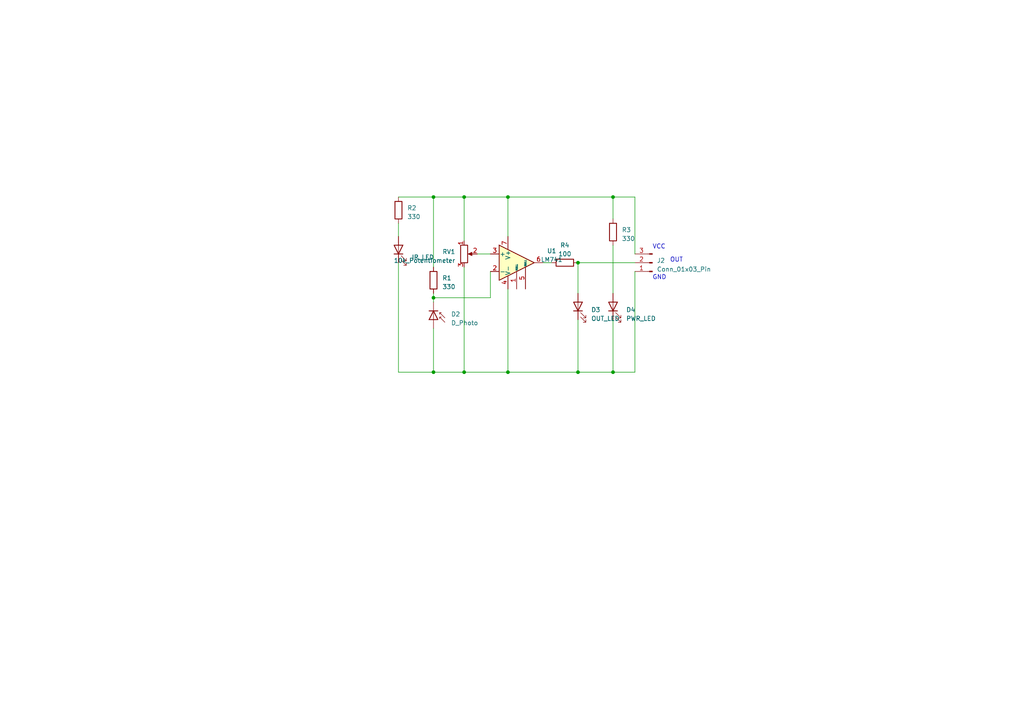
<source format=kicad_sch>
(kicad_sch (version 20230121) (generator eeschema)

  (uuid b015e353-6c7e-418b-bd39-0b157feee2bb)

  (paper "A4")

  (lib_symbols
    (symbol "Amplifier_Operational:LM741" (pin_names (offset 0.127)) (in_bom yes) (on_board yes)
      (property "Reference" "U" (at 0 6.35 0)
        (effects (font (size 1.27 1.27)) (justify left))
      )
      (property "Value" "LM741" (at 0 3.81 0)
        (effects (font (size 1.27 1.27)) (justify left))
      )
      (property "Footprint" "" (at 1.27 1.27 0)
        (effects (font (size 1.27 1.27)) hide)
      )
      (property "Datasheet" "http://www.ti.com/lit/ds/symlink/lm741.pdf" (at 3.81 3.81 0)
        (effects (font (size 1.27 1.27)) hide)
      )
      (property "ki_keywords" "single opamp" (at 0 0 0)
        (effects (font (size 1.27 1.27)) hide)
      )
      (property "ki_description" "Operational Amplifier, DIP-8/TO-99-8" (at 0 0 0)
        (effects (font (size 1.27 1.27)) hide)
      )
      (property "ki_fp_filters" "SOIC*3.9x4.9mm*P1.27mm* DIP*W7.62mm* TSSOP*3x3mm*P0.65mm*" (at 0 0 0)
        (effects (font (size 1.27 1.27)) hide)
      )
      (symbol "LM741_0_1"
        (polyline
          (pts
            (xy -5.08 5.08)
            (xy 5.08 0)
            (xy -5.08 -5.08)
            (xy -5.08 5.08)
          )
          (stroke (width 0.254) (type default))
          (fill (type background))
        )
      )
      (symbol "LM741_1_1"
        (pin input line (at 0 -7.62 90) (length 5.08)
          (name "NULL" (effects (font (size 0.508 0.508))))
          (number "1" (effects (font (size 1.27 1.27))))
        )
        (pin input line (at -7.62 -2.54 0) (length 2.54)
          (name "-" (effects (font (size 1.27 1.27))))
          (number "2" (effects (font (size 1.27 1.27))))
        )
        (pin input line (at -7.62 2.54 0) (length 2.54)
          (name "+" (effects (font (size 1.27 1.27))))
          (number "3" (effects (font (size 1.27 1.27))))
        )
        (pin power_in line (at -2.54 -7.62 90) (length 3.81)
          (name "V-" (effects (font (size 1.27 1.27))))
          (number "4" (effects (font (size 1.27 1.27))))
        )
        (pin input line (at 2.54 -7.62 90) (length 6.35)
          (name "NULL" (effects (font (size 0.508 0.508))))
          (number "5" (effects (font (size 1.27 1.27))))
        )
        (pin output line (at 7.62 0 180) (length 2.54)
          (name "~" (effects (font (size 1.27 1.27))))
          (number "6" (effects (font (size 1.27 1.27))))
        )
        (pin power_in line (at -2.54 7.62 270) (length 3.81)
          (name "V+" (effects (font (size 1.27 1.27))))
          (number "7" (effects (font (size 1.27 1.27))))
        )
        (pin no_connect line (at 0 2.54 270) (length 2.54) hide
          (name "NC" (effects (font (size 1.27 1.27))))
          (number "8" (effects (font (size 1.27 1.27))))
        )
      )
    )
    (symbol "Connector:Conn_01x03_Pin" (pin_names (offset 1.016) hide) (in_bom yes) (on_board yes)
      (property "Reference" "J" (at 0 5.08 0)
        (effects (font (size 1.27 1.27)))
      )
      (property "Value" "Conn_01x03_Pin" (at 0 -5.08 0)
        (effects (font (size 1.27 1.27)))
      )
      (property "Footprint" "" (at 0 0 0)
        (effects (font (size 1.27 1.27)) hide)
      )
      (property "Datasheet" "~" (at 0 0 0)
        (effects (font (size 1.27 1.27)) hide)
      )
      (property "ki_locked" "" (at 0 0 0)
        (effects (font (size 1.27 1.27)))
      )
      (property "ki_keywords" "connector" (at 0 0 0)
        (effects (font (size 1.27 1.27)) hide)
      )
      (property "ki_description" "Generic connector, single row, 01x03, script generated" (at 0 0 0)
        (effects (font (size 1.27 1.27)) hide)
      )
      (property "ki_fp_filters" "Connector*:*_1x??_*" (at 0 0 0)
        (effects (font (size 1.27 1.27)) hide)
      )
      (symbol "Conn_01x03_Pin_1_1"
        (polyline
          (pts
            (xy 1.27 -2.54)
            (xy 0.8636 -2.54)
          )
          (stroke (width 0.1524) (type default))
          (fill (type none))
        )
        (polyline
          (pts
            (xy 1.27 0)
            (xy 0.8636 0)
          )
          (stroke (width 0.1524) (type default))
          (fill (type none))
        )
        (polyline
          (pts
            (xy 1.27 2.54)
            (xy 0.8636 2.54)
          )
          (stroke (width 0.1524) (type default))
          (fill (type none))
        )
        (rectangle (start 0.8636 -2.413) (end 0 -2.667)
          (stroke (width 0.1524) (type default))
          (fill (type outline))
        )
        (rectangle (start 0.8636 0.127) (end 0 -0.127)
          (stroke (width 0.1524) (type default))
          (fill (type outline))
        )
        (rectangle (start 0.8636 2.667) (end 0 2.413)
          (stroke (width 0.1524) (type default))
          (fill (type outline))
        )
        (pin passive line (at 5.08 2.54 180) (length 3.81)
          (name "Pin_1" (effects (font (size 1.27 1.27))))
          (number "1" (effects (font (size 1.27 1.27))))
        )
        (pin passive line (at 5.08 0 180) (length 3.81)
          (name "Pin_2" (effects (font (size 1.27 1.27))))
          (number "2" (effects (font (size 1.27 1.27))))
        )
        (pin passive line (at 5.08 -2.54 180) (length 3.81)
          (name "Pin_3" (effects (font (size 1.27 1.27))))
          (number "3" (effects (font (size 1.27 1.27))))
        )
      )
    )
    (symbol "Device:D_Photo" (pin_numbers hide) (pin_names hide) (in_bom yes) (on_board yes)
      (property "Reference" "D" (at 0.508 1.778 0)
        (effects (font (size 1.27 1.27)) (justify left))
      )
      (property "Value" "D_Photo" (at -1.016 -2.794 0)
        (effects (font (size 1.27 1.27)))
      )
      (property "Footprint" "" (at -1.27 0 0)
        (effects (font (size 1.27 1.27)) hide)
      )
      (property "Datasheet" "~" (at -1.27 0 0)
        (effects (font (size 1.27 1.27)) hide)
      )
      (property "ki_keywords" "photodiode diode opto" (at 0 0 0)
        (effects (font (size 1.27 1.27)) hide)
      )
      (property "ki_description" "Photodiode" (at 0 0 0)
        (effects (font (size 1.27 1.27)) hide)
      )
      (symbol "D_Photo_0_1"
        (polyline
          (pts
            (xy -2.54 1.27)
            (xy -2.54 -1.27)
          )
          (stroke (width 0.254) (type default))
          (fill (type none))
        )
        (polyline
          (pts
            (xy -2.032 1.778)
            (xy -1.524 1.778)
          )
          (stroke (width 0) (type default))
          (fill (type none))
        )
        (polyline
          (pts
            (xy 0 0)
            (xy -2.54 0)
          )
          (stroke (width 0) (type default))
          (fill (type none))
        )
        (polyline
          (pts
            (xy -0.508 3.302)
            (xy -2.032 1.778)
            (xy -2.032 2.286)
          )
          (stroke (width 0) (type default))
          (fill (type none))
        )
        (polyline
          (pts
            (xy 0 -1.27)
            (xy 0 1.27)
            (xy -2.54 0)
            (xy 0 -1.27)
          )
          (stroke (width 0.254) (type default))
          (fill (type none))
        )
        (polyline
          (pts
            (xy 0.762 3.302)
            (xy -0.762 1.778)
            (xy -0.762 2.286)
            (xy -0.762 1.778)
            (xy -0.254 1.778)
          )
          (stroke (width 0) (type default))
          (fill (type none))
        )
      )
      (symbol "D_Photo_1_1"
        (pin passive line (at -5.08 0 0) (length 2.54)
          (name "K" (effects (font (size 1.27 1.27))))
          (number "1" (effects (font (size 1.27 1.27))))
        )
        (pin passive line (at 2.54 0 180) (length 2.54)
          (name "A" (effects (font (size 1.27 1.27))))
          (number "2" (effects (font (size 1.27 1.27))))
        )
      )
    )
    (symbol "Device:LED" (pin_numbers hide) (pin_names (offset 1.016) hide) (in_bom yes) (on_board yes)
      (property "Reference" "D" (at 0 2.54 0)
        (effects (font (size 1.27 1.27)))
      )
      (property "Value" "LED" (at 0 -2.54 0)
        (effects (font (size 1.27 1.27)))
      )
      (property "Footprint" "" (at 0 0 0)
        (effects (font (size 1.27 1.27)) hide)
      )
      (property "Datasheet" "~" (at 0 0 0)
        (effects (font (size 1.27 1.27)) hide)
      )
      (property "ki_keywords" "LED diode" (at 0 0 0)
        (effects (font (size 1.27 1.27)) hide)
      )
      (property "ki_description" "Light emitting diode" (at 0 0 0)
        (effects (font (size 1.27 1.27)) hide)
      )
      (property "ki_fp_filters" "LED* LED_SMD:* LED_THT:*" (at 0 0 0)
        (effects (font (size 1.27 1.27)) hide)
      )
      (symbol "LED_0_1"
        (polyline
          (pts
            (xy -1.27 -1.27)
            (xy -1.27 1.27)
          )
          (stroke (width 0.254) (type default))
          (fill (type none))
        )
        (polyline
          (pts
            (xy -1.27 0)
            (xy 1.27 0)
          )
          (stroke (width 0) (type default))
          (fill (type none))
        )
        (polyline
          (pts
            (xy 1.27 -1.27)
            (xy 1.27 1.27)
            (xy -1.27 0)
            (xy 1.27 -1.27)
          )
          (stroke (width 0.254) (type default))
          (fill (type none))
        )
        (polyline
          (pts
            (xy -3.048 -0.762)
            (xy -4.572 -2.286)
            (xy -3.81 -2.286)
            (xy -4.572 -2.286)
            (xy -4.572 -1.524)
          )
          (stroke (width 0) (type default))
          (fill (type none))
        )
        (polyline
          (pts
            (xy -1.778 -0.762)
            (xy -3.302 -2.286)
            (xy -2.54 -2.286)
            (xy -3.302 -2.286)
            (xy -3.302 -1.524)
          )
          (stroke (width 0) (type default))
          (fill (type none))
        )
      )
      (symbol "LED_1_1"
        (pin passive line (at -3.81 0 0) (length 2.54)
          (name "K" (effects (font (size 1.27 1.27))))
          (number "1" (effects (font (size 1.27 1.27))))
        )
        (pin passive line (at 3.81 0 180) (length 2.54)
          (name "A" (effects (font (size 1.27 1.27))))
          (number "2" (effects (font (size 1.27 1.27))))
        )
      )
    )
    (symbol "Device:R" (pin_numbers hide) (pin_names (offset 0)) (in_bom yes) (on_board yes)
      (property "Reference" "R" (at 2.032 0 90)
        (effects (font (size 1.27 1.27)))
      )
      (property "Value" "R" (at 0 0 90)
        (effects (font (size 1.27 1.27)))
      )
      (property "Footprint" "" (at -1.778 0 90)
        (effects (font (size 1.27 1.27)) hide)
      )
      (property "Datasheet" "~" (at 0 0 0)
        (effects (font (size 1.27 1.27)) hide)
      )
      (property "ki_keywords" "R res resistor" (at 0 0 0)
        (effects (font (size 1.27 1.27)) hide)
      )
      (property "ki_description" "Resistor" (at 0 0 0)
        (effects (font (size 1.27 1.27)) hide)
      )
      (property "ki_fp_filters" "R_*" (at 0 0 0)
        (effects (font (size 1.27 1.27)) hide)
      )
      (symbol "R_0_1"
        (rectangle (start -1.016 -2.54) (end 1.016 2.54)
          (stroke (width 0.254) (type default))
          (fill (type none))
        )
      )
      (symbol "R_1_1"
        (pin passive line (at 0 3.81 270) (length 1.27)
          (name "~" (effects (font (size 1.27 1.27))))
          (number "1" (effects (font (size 1.27 1.27))))
        )
        (pin passive line (at 0 -3.81 90) (length 1.27)
          (name "~" (effects (font (size 1.27 1.27))))
          (number "2" (effects (font (size 1.27 1.27))))
        )
      )
    )
    (symbol "Device:R_Potentiometer" (pin_names (offset 1.016) hide) (in_bom yes) (on_board yes)
      (property "Reference" "RV" (at -4.445 0 90)
        (effects (font (size 1.27 1.27)))
      )
      (property "Value" "R_Potentiometer" (at -2.54 0 90)
        (effects (font (size 1.27 1.27)))
      )
      (property "Footprint" "" (at 0 0 0)
        (effects (font (size 1.27 1.27)) hide)
      )
      (property "Datasheet" "~" (at 0 0 0)
        (effects (font (size 1.27 1.27)) hide)
      )
      (property "ki_keywords" "resistor variable" (at 0 0 0)
        (effects (font (size 1.27 1.27)) hide)
      )
      (property "ki_description" "Potentiometer" (at 0 0 0)
        (effects (font (size 1.27 1.27)) hide)
      )
      (property "ki_fp_filters" "Potentiometer*" (at 0 0 0)
        (effects (font (size 1.27 1.27)) hide)
      )
      (symbol "R_Potentiometer_0_1"
        (polyline
          (pts
            (xy 2.54 0)
            (xy 1.524 0)
          )
          (stroke (width 0) (type default))
          (fill (type none))
        )
        (polyline
          (pts
            (xy 1.143 0)
            (xy 2.286 0.508)
            (xy 2.286 -0.508)
            (xy 1.143 0)
          )
          (stroke (width 0) (type default))
          (fill (type outline))
        )
        (rectangle (start 1.016 2.54) (end -1.016 -2.54)
          (stroke (width 0.254) (type default))
          (fill (type none))
        )
      )
      (symbol "R_Potentiometer_1_1"
        (pin passive line (at 0 3.81 270) (length 1.27)
          (name "1" (effects (font (size 1.27 1.27))))
          (number "1" (effects (font (size 1.27 1.27))))
        )
        (pin passive line (at 3.81 0 180) (length 1.27)
          (name "2" (effects (font (size 1.27 1.27))))
          (number "2" (effects (font (size 1.27 1.27))))
        )
        (pin passive line (at 0 -3.81 90) (length 1.27)
          (name "3" (effects (font (size 1.27 1.27))))
          (number "3" (effects (font (size 1.27 1.27))))
        )
      )
    )
  )

  (junction (at 177.8 107.95) (diameter 0) (color 0 0 0 0)
    (uuid 115d315a-73a6-4bf3-b5a0-1f71f695f566)
  )
  (junction (at 125.73 57.15) (diameter 0) (color 0 0 0 0)
    (uuid 12bdf7b0-2c0c-429d-957c-9092d8d5af89)
  )
  (junction (at 177.8 57.15) (diameter 0) (color 0 0 0 0)
    (uuid 2ab6c2db-eb88-46fd-9bfe-b2b048b7e111)
  )
  (junction (at 134.62 107.95) (diameter 0) (color 0 0 0 0)
    (uuid 380c097b-585d-4594-9b92-1f82f9f26a65)
  )
  (junction (at 167.64 76.2) (diameter 0) (color 0 0 0 0)
    (uuid 3c679860-5618-4d64-ba52-89c1e01334b2)
  )
  (junction (at 167.64 107.95) (diameter 0) (color 0 0 0 0)
    (uuid 55f1b445-74b7-4928-b767-29b72fd5e94c)
  )
  (junction (at 147.32 107.95) (diameter 0) (color 0 0 0 0)
    (uuid 63b195a9-79f1-479e-b639-3fc339bb5111)
  )
  (junction (at 147.32 57.15) (diameter 0) (color 0 0 0 0)
    (uuid a042b1ed-05ca-45da-9b1a-085a831e0b88)
  )
  (junction (at 125.73 107.95) (diameter 0) (color 0 0 0 0)
    (uuid a60f9a89-cec6-42ac-90a3-7d32b215a128)
  )
  (junction (at 125.73 86.36) (diameter 0) (color 0 0 0 0)
    (uuid ab2ab0b4-37af-4d99-a48d-4e10ae4bae33)
  )
  (junction (at 134.62 57.15) (diameter 0) (color 0 0 0 0)
    (uuid fe5cdeb9-6048-436f-8f08-4e4a499952f5)
  )

  (wire (pts (xy 147.32 83.82) (xy 147.32 107.95))
    (stroke (width 0) (type default))
    (uuid 032490c7-30d2-479b-bf3f-a41f9197ec95)
  )
  (wire (pts (xy 147.32 57.15) (xy 177.8 57.15))
    (stroke (width 0) (type default))
    (uuid 0737f66b-6105-4a3e-9238-904d991a8279)
  )
  (wire (pts (xy 134.62 57.15) (xy 134.62 69.85))
    (stroke (width 0) (type default))
    (uuid 0f2098a2-621a-4ef7-a1aa-91ad6822a8ad)
  )
  (wire (pts (xy 125.73 86.36) (xy 125.73 87.63))
    (stroke (width 0) (type default))
    (uuid 11485ed0-4197-4b10-87ff-2412428a19d1)
  )
  (wire (pts (xy 142.24 86.36) (xy 142.24 78.74))
    (stroke (width 0) (type default))
    (uuid 20cc198d-ad62-4ad6-9d55-1ca59195bdb5)
  )
  (wire (pts (xy 167.64 107.95) (xy 147.32 107.95))
    (stroke (width 0) (type default))
    (uuid 23e22d5d-3116-4102-9368-cbac00f4723f)
  )
  (wire (pts (xy 115.57 107.95) (xy 115.57 76.2))
    (stroke (width 0) (type default))
    (uuid 31d6bfea-fb46-440c-ae00-30c3dbf69575)
  )
  (wire (pts (xy 134.62 107.95) (xy 125.73 107.95))
    (stroke (width 0) (type default))
    (uuid 33ad7ce5-c4cb-4fc4-9d99-df4e63299070)
  )
  (wire (pts (xy 167.64 92.71) (xy 167.64 107.95))
    (stroke (width 0) (type default))
    (uuid 3bc28193-dca7-40e7-850d-770031d36a4e)
  )
  (wire (pts (xy 177.8 71.12) (xy 177.8 85.09))
    (stroke (width 0) (type default))
    (uuid 4b19b59d-5ef9-4db3-bd0f-3d4a0185620c)
  )
  (wire (pts (xy 147.32 57.15) (xy 147.32 68.58))
    (stroke (width 0) (type default))
    (uuid 4c73bb2e-d83a-4441-9e19-d1ab04d0bf38)
  )
  (wire (pts (xy 138.43 73.66) (xy 142.24 73.66))
    (stroke (width 0) (type default))
    (uuid 50fcbca2-82d7-42cd-9a13-ecfa044b2f7e)
  )
  (wire (pts (xy 115.57 64.77) (xy 115.57 68.58))
    (stroke (width 0) (type default))
    (uuid 53616f2e-69d1-4a7d-b777-408f6d61c89b)
  )
  (wire (pts (xy 177.8 107.95) (xy 184.15 107.95))
    (stroke (width 0) (type default))
    (uuid 58ceb8d2-a671-459d-9008-11f4a8a2a307)
  )
  (wire (pts (xy 125.73 85.09) (xy 125.73 86.36))
    (stroke (width 0) (type default))
    (uuid 6a9afead-1557-4fb0-8cd7-63caa59e1660)
  )
  (wire (pts (xy 177.8 92.71) (xy 177.8 107.95))
    (stroke (width 0) (type default))
    (uuid 6d3d98e7-cede-4cde-8000-99b07d919fab)
  )
  (wire (pts (xy 125.73 57.15) (xy 125.73 77.47))
    (stroke (width 0) (type default))
    (uuid 723cf982-b62c-4fa1-bca5-18161332f536)
  )
  (wire (pts (xy 177.8 57.15) (xy 177.8 63.5))
    (stroke (width 0) (type default))
    (uuid 7856f1be-8e3e-4711-9e35-61de13fd8621)
  )
  (wire (pts (xy 167.64 85.09) (xy 167.64 76.2))
    (stroke (width 0) (type default))
    (uuid 8e1dc832-49c4-4454-820d-c2c4f762c990)
  )
  (wire (pts (xy 177.8 57.15) (xy 184.15 57.15))
    (stroke (width 0) (type default))
    (uuid a44c5f71-1bdf-4e9f-8997-a72ec0791547)
  )
  (wire (pts (xy 184.15 57.15) (xy 184.15 73.66))
    (stroke (width 0) (type default))
    (uuid b8cd2be0-2e35-4729-b37f-f8d71a9ff15c)
  )
  (wire (pts (xy 147.32 107.95) (xy 134.62 107.95))
    (stroke (width 0) (type default))
    (uuid bcc19c53-e1cd-4a4f-91b3-a602ed196223)
  )
  (wire (pts (xy 125.73 95.25) (xy 125.73 107.95))
    (stroke (width 0) (type default))
    (uuid bfc35a85-970d-4c7b-9fb1-50afd91db3ae)
  )
  (wire (pts (xy 184.15 78.74) (xy 184.15 107.95))
    (stroke (width 0) (type default))
    (uuid c36928b2-873d-483c-9ce2-fd2666e36e2b)
  )
  (wire (pts (xy 125.73 57.15) (xy 134.62 57.15))
    (stroke (width 0) (type default))
    (uuid d02e7b89-652b-4bd3-92f4-2bf550074a26)
  )
  (wire (pts (xy 157.48 76.2) (xy 160.02 76.2))
    (stroke (width 0) (type default))
    (uuid d822df10-b5ca-4115-a830-3e4135f169b5)
  )
  (wire (pts (xy 134.62 57.15) (xy 147.32 57.15))
    (stroke (width 0) (type default))
    (uuid d9dd819b-b943-40a0-9a0c-951bc9b915ea)
  )
  (wire (pts (xy 125.73 86.36) (xy 142.24 86.36))
    (stroke (width 0) (type default))
    (uuid da59d0ef-ac1c-43d9-a4da-7237a7863f5f)
  )
  (wire (pts (xy 125.73 107.95) (xy 115.57 107.95))
    (stroke (width 0) (type default))
    (uuid e00470de-f71b-403a-9115-1843245afdbe)
  )
  (wire (pts (xy 115.57 57.15) (xy 125.73 57.15))
    (stroke (width 0) (type default))
    (uuid eb55e97d-2693-4e3c-b3ea-8550d5edcf94)
  )
  (wire (pts (xy 167.64 107.95) (xy 177.8 107.95))
    (stroke (width 0) (type default))
    (uuid ec0033ab-49ae-4b54-a11d-6db7b7364683)
  )
  (wire (pts (xy 167.64 76.2) (xy 184.15 76.2))
    (stroke (width 0) (type default))
    (uuid fbe26a55-69c3-41ae-a755-cdb9a843c245)
  )
  (wire (pts (xy 134.62 77.47) (xy 134.62 107.95))
    (stroke (width 0) (type default))
    (uuid fc6ffddb-edfe-4712-9064-724f1b2b4dde)
  )

  (text "VCC\n" (at 189.23 72.39 0)
    (effects (font (size 1.27 1.27)) (justify left bottom))
    (uuid 25bcb849-a2f1-49f0-9bc8-97822b075e33)
  )
  (text "OUT\n" (at 194.31 76.2 0)
    (effects (font (size 1.27 1.27)) (justify left bottom))
    (uuid 663df699-013a-4423-8da9-c5213a21d686)
  )
  (text "GND\n" (at 189.23 81.28 0)
    (effects (font (size 1.27 1.27)) (justify left bottom))
    (uuid de0eefe7-d176-4780-add5-14db3c6e2964)
  )

  (symbol (lib_id "Amplifier_Operational:LM741") (at 149.86 76.2 0) (unit 1)
    (in_bom yes) (on_board yes) (dnp no) (fields_autoplaced)
    (uuid 2a74fa44-cbbe-4e78-a3c4-6a8160e383b4)
    (property "Reference" "U1" (at 160.02 72.7711 0)
      (effects (font (size 1.27 1.27)))
    )
    (property "Value" "LM741" (at 160.02 75.3111 0)
      (effects (font (size 1.27 1.27)))
    )
    (property "Footprint" "Package_SO:TSSOP-8_3x3mm_P0.65mm" (at 151.13 74.93 0)
      (effects (font (size 1.27 1.27)) hide)
    )
    (property "Datasheet" "http://www.ti.com/lit/ds/symlink/lm741.pdf" (at 153.67 72.39 0)
      (effects (font (size 1.27 1.27)) hide)
    )
    (pin "1" (uuid c725ee09-9377-4ead-a66f-7bb918121b5d))
    (pin "2" (uuid ec0b73e4-2180-4f9d-aa70-d176a2835b94))
    (pin "3" (uuid 0a6b74d0-28a0-43b2-bed9-93f39e4ca668))
    (pin "4" (uuid 3369d8da-e093-41b3-80fc-f9038ffa355c))
    (pin "5" (uuid 5c19c31a-3392-4b8f-a7f8-02a36c753bbc))
    (pin "6" (uuid 1d61603a-3cbe-4917-a1b0-2a6a64ab0b2a))
    (pin "7" (uuid 94900b11-3bb6-48e3-9c97-e52c149e7ce8))
    (pin "8" (uuid 03de5897-73bd-4a6f-bfe7-9bdca95501c9))
    (instances
      (project "IR pcb"
        (path "/b015e353-6c7e-418b-bd39-0b157feee2bb"
          (reference "U1") (unit 1)
        )
      )
    )
  )

  (symbol (lib_id "Device:R") (at 163.83 76.2 90) (unit 1)
    (in_bom yes) (on_board yes) (dnp no) (fields_autoplaced)
    (uuid 2d46b95c-b207-447b-90a4-793c52591dac)
    (property "Reference" "R4" (at 163.83 71.12 90)
      (effects (font (size 1.27 1.27)))
    )
    (property "Value" "100" (at 163.83 73.66 90)
      (effects (font (size 1.27 1.27)))
    )
    (property "Footprint" "Resistor_SMD:R_0805_2012Metric" (at 163.83 77.978 90)
      (effects (font (size 1.27 1.27)) hide)
    )
    (property "Datasheet" "~" (at 163.83 76.2 0)
      (effects (font (size 1.27 1.27)) hide)
    )
    (pin "1" (uuid 7b4b72db-a4dc-4c6b-be5b-df8a1d67fae4))
    (pin "2" (uuid 229ca847-feba-4433-a07d-855e5e1f44cc))
    (instances
      (project "IR pcb"
        (path "/b015e353-6c7e-418b-bd39-0b157feee2bb"
          (reference "R4") (unit 1)
        )
      )
    )
  )

  (symbol (lib_id "Device:LED") (at 115.57 72.39 90) (unit 1)
    (in_bom yes) (on_board yes) (dnp no) (fields_autoplaced)
    (uuid 36153616-0645-45f1-bca2-5ebc5b819e59)
    (property "Reference" "D1" (at 119.38 73.3425 90)
      (effects (font (size 1.27 1.27)) (justify right) hide)
    )
    (property "Value" "IR_LED" (at 119.38 74.6125 90)
      (effects (font (size 1.27 1.27)) (justify right))
    )
    (property "Footprint" "LED_THT:LED_D5.0mm_Horizontal_O1.27mm_Z3.0mm" (at 115.57 72.39 0)
      (effects (font (size 1.27 1.27)) hide)
    )
    (property "Datasheet" "~" (at 115.57 72.39 0)
      (effects (font (size 1.27 1.27)) hide)
    )
    (pin "1" (uuid 68c06840-8c8f-4492-9ac3-467f8265a496))
    (pin "2" (uuid 6a58a300-4839-4d45-a15c-d4c7fe2fa343))
    (instances
      (project "IR pcb"
        (path "/b015e353-6c7e-418b-bd39-0b157feee2bb"
          (reference "D1") (unit 1)
        )
      )
    )
  )

  (symbol (lib_id "Device:R") (at 177.8 67.31 0) (unit 1)
    (in_bom yes) (on_board yes) (dnp no) (fields_autoplaced)
    (uuid 5b5d3607-1987-4f35-8b30-94081f04ea0b)
    (property "Reference" "R3" (at 180.34 66.675 0)
      (effects (font (size 1.27 1.27)) (justify left))
    )
    (property "Value" "330" (at 180.34 69.215 0)
      (effects (font (size 1.27 1.27)) (justify left))
    )
    (property "Footprint" "Resistor_SMD:R_0805_2012Metric" (at 176.022 67.31 90)
      (effects (font (size 1.27 1.27)) hide)
    )
    (property "Datasheet" "~" (at 177.8 67.31 0)
      (effects (font (size 1.27 1.27)) hide)
    )
    (pin "1" (uuid 880853d3-655c-43b5-bcaf-a14bec906405))
    (pin "2" (uuid 861e2d4c-ee78-420f-b59c-347fea083d60))
    (instances
      (project "IR pcb"
        (path "/b015e353-6c7e-418b-bd39-0b157feee2bb"
          (reference "R3") (unit 1)
        )
      )
    )
  )

  (symbol (lib_id "Device:LED") (at 177.8 88.9 90) (unit 1)
    (in_bom yes) (on_board yes) (dnp no) (fields_autoplaced)
    (uuid 7e8bd8ee-b7d1-495a-8831-4dceaf8c67c5)
    (property "Reference" "D4" (at 181.61 89.8525 90)
      (effects (font (size 1.27 1.27)) (justify right))
    )
    (property "Value" "PWR_LED" (at 181.61 92.3925 90)
      (effects (font (size 1.27 1.27)) (justify right))
    )
    (property "Footprint" "LED_SMD:LED_0805_2012Metric_Pad1.15x1.40mm_HandSolder" (at 177.8 88.9 0)
      (effects (font (size 1.27 1.27)) hide)
    )
    (property "Datasheet" "~" (at 177.8 88.9 0)
      (effects (font (size 1.27 1.27)) hide)
    )
    (pin "1" (uuid 41ced5c5-226b-4b2e-9512-c567bad4730d))
    (pin "2" (uuid 705fc373-ad91-4efd-a81a-dde976290f66))
    (instances
      (project "IR pcb"
        (path "/b015e353-6c7e-418b-bd39-0b157feee2bb"
          (reference "D4") (unit 1)
        )
      )
    )
  )

  (symbol (lib_id "Device:R_Potentiometer") (at 134.62 73.66 0) (unit 1)
    (in_bom yes) (on_board yes) (dnp no) (fields_autoplaced)
    (uuid 9aaa2848-9594-4c59-a4df-642e0b6d56c8)
    (property "Reference" "RV1" (at 132.08 73.025 0)
      (effects (font (size 1.27 1.27)) (justify right))
    )
    (property "Value" "10k_Potentiometer" (at 132.08 75.565 0)
      (effects (font (size 1.27 1.27)) (justify right))
    )
    (property "Footprint" "Potentiometer_THT:Potentiometer_ACP_CA9-V10_Vertical" (at 134.62 73.66 0)
      (effects (font (size 1.27 1.27)) hide)
    )
    (property "Datasheet" "~" (at 134.62 73.66 0)
      (effects (font (size 1.27 1.27)) hide)
    )
    (pin "1" (uuid 5f3eb489-42b0-4b51-956b-e1ec620c0650))
    (pin "2" (uuid f23bf4ac-5839-4762-af63-447f3b7b0960))
    (pin "3" (uuid 60b1c50f-796e-47ca-b8ed-475a7a8858ad))
    (instances
      (project "IR pcb"
        (path "/b015e353-6c7e-418b-bd39-0b157feee2bb"
          (reference "RV1") (unit 1)
        )
      )
    )
  )

  (symbol (lib_id "Device:R") (at 115.57 60.96 0) (unit 1)
    (in_bom yes) (on_board yes) (dnp no) (fields_autoplaced)
    (uuid aeb8b0b7-e2cf-4b88-896c-efe61f4a807a)
    (property "Reference" "R2" (at 118.11 60.325 0)
      (effects (font (size 1.27 1.27)) (justify left))
    )
    (property "Value" "330" (at 118.11 62.865 0)
      (effects (font (size 1.27 1.27)) (justify left))
    )
    (property "Footprint" "Resistor_SMD:R_0805_2012Metric" (at 113.792 60.96 90)
      (effects (font (size 1.27 1.27)) hide)
    )
    (property "Datasheet" "~" (at 115.57 60.96 0)
      (effects (font (size 1.27 1.27)) hide)
    )
    (pin "1" (uuid 734d9f28-2759-41d5-99e0-867bc2304473))
    (pin "2" (uuid 495cb52c-85f6-424c-8a87-8f5292bc4ca9))
    (instances
      (project "IR pcb"
        (path "/b015e353-6c7e-418b-bd39-0b157feee2bb"
          (reference "R2") (unit 1)
        )
      )
    )
  )

  (symbol (lib_id "Device:R") (at 125.73 81.28 0) (unit 1)
    (in_bom yes) (on_board yes) (dnp no) (fields_autoplaced)
    (uuid b0f5f0e2-acb6-40bf-bc0a-473220bfbcef)
    (property "Reference" "R1" (at 128.27 80.645 0)
      (effects (font (size 1.27 1.27)) (justify left))
    )
    (property "Value" "330" (at 128.27 83.185 0)
      (effects (font (size 1.27 1.27)) (justify left))
    )
    (property "Footprint" "Resistor_SMD:R_0805_2012Metric" (at 123.952 81.28 90)
      (effects (font (size 1.27 1.27)) hide)
    )
    (property "Datasheet" "~" (at 125.73 81.28 0)
      (effects (font (size 1.27 1.27)) hide)
    )
    (pin "1" (uuid 1901a469-d4df-43ac-8a40-f8f1d0b504ef))
    (pin "2" (uuid 27c4de9f-8778-470c-ab05-9d6417618d17))
    (instances
      (project "IR pcb"
        (path "/b015e353-6c7e-418b-bd39-0b157feee2bb"
          (reference "R1") (unit 1)
        )
      )
    )
  )

  (symbol (lib_id "Device:D_Photo") (at 125.73 92.71 270) (unit 1)
    (in_bom yes) (on_board yes) (dnp no) (fields_autoplaced)
    (uuid bd9407c4-692f-48a5-8c5c-3e9af3033068)
    (property "Reference" "D2" (at 130.81 91.1225 90)
      (effects (font (size 1.27 1.27)) (justify left))
    )
    (property "Value" "D_Photo" (at 130.81 93.6625 90)
      (effects (font (size 1.27 1.27)) (justify left))
    )
    (property "Footprint" "LED_THT:LED_D5.0mm_Horizontal_O1.27mm_Z3.0mm" (at 125.73 91.44 0)
      (effects (font (size 1.27 1.27)) hide)
    )
    (property "Datasheet" "~" (at 125.73 91.44 0)
      (effects (font (size 1.27 1.27)) hide)
    )
    (pin "1" (uuid f4b7d01a-d831-4d49-9e3a-95b00e8dca01))
    (pin "2" (uuid 9ce1caf9-0f89-43df-9ae5-1336ad400a1f))
    (instances
      (project "IR pcb"
        (path "/b015e353-6c7e-418b-bd39-0b157feee2bb"
          (reference "D2") (unit 1)
        )
      )
    )
  )

  (symbol (lib_id "Device:LED") (at 167.64 88.9 90) (unit 1)
    (in_bom yes) (on_board yes) (dnp no) (fields_autoplaced)
    (uuid dc892e0f-6154-4d5e-99a6-386c5cfbdc4c)
    (property "Reference" "D3" (at 171.45 89.8525 90)
      (effects (font (size 1.27 1.27)) (justify right))
    )
    (property "Value" "OUT_LED" (at 171.45 92.3925 90)
      (effects (font (size 1.27 1.27)) (justify right))
    )
    (property "Footprint" "LED_SMD:LED_0805_2012Metric_Pad1.15x1.40mm_HandSolder" (at 167.64 88.9 0)
      (effects (font (size 1.27 1.27)) hide)
    )
    (property "Datasheet" "~" (at 167.64 88.9 0)
      (effects (font (size 1.27 1.27)) hide)
    )
    (pin "1" (uuid 6ab5ef7e-048f-4dcf-b806-9de5b0e69821))
    (pin "2" (uuid 2ab238b8-0935-411b-862d-5a028d70a766))
    (instances
      (project "IR pcb"
        (path "/b015e353-6c7e-418b-bd39-0b157feee2bb"
          (reference "D3") (unit 1)
        )
      )
    )
  )

  (symbol (lib_id "Connector:Conn_01x03_Pin") (at 189.23 76.2 180) (unit 1)
    (in_bom yes) (on_board yes) (dnp no) (fields_autoplaced)
    (uuid e314650b-ff69-4da7-8999-fb31097985c1)
    (property "Reference" "J2" (at 190.5 75.565 0)
      (effects (font (size 1.27 1.27)) (justify right))
    )
    (property "Value" "Conn_01x03_Pin" (at 190.5 78.105 0)
      (effects (font (size 1.27 1.27)) (justify right))
    )
    (property "Footprint" "Connector_PinHeader_2.54mm:PinHeader_1x03_P2.54mm_Horizontal" (at 189.23 76.2 0)
      (effects (font (size 1.27 1.27)) hide)
    )
    (property "Datasheet" "~" (at 189.23 76.2 0)
      (effects (font (size 1.27 1.27)) hide)
    )
    (pin "1" (uuid 92daf2f1-f7fb-418e-aaf9-3a03aebe082c))
    (pin "2" (uuid 32023b2f-b3fd-4208-b8e9-49d80334d702))
    (pin "3" (uuid e7b7779b-6305-4a25-8d25-84b4beb19c40))
    (instances
      (project "IR pcb"
        (path "/b015e353-6c7e-418b-bd39-0b157feee2bb"
          (reference "J2") (unit 1)
        )
      )
    )
  )

  (sheet_instances
    (path "/" (page "1"))
  )
)

</source>
